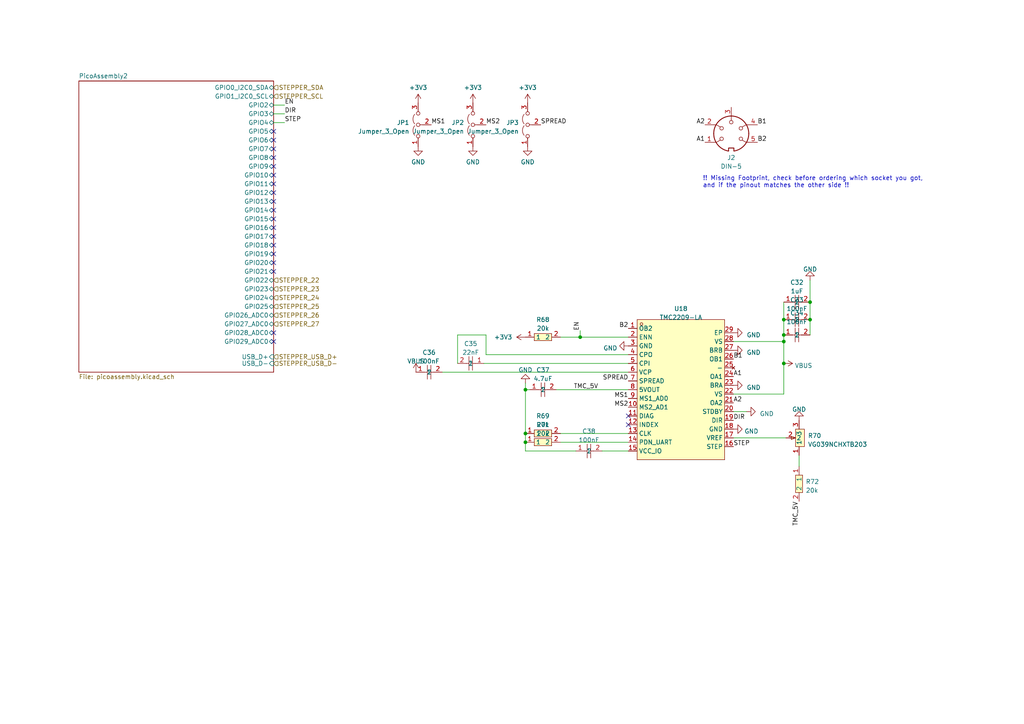
<source format=kicad_sch>
(kicad_sch (version 20230121) (generator eeschema)
  (paper "A4")
  (title_block (title "Frankenstein Controller") (company "wirkbetrieb.net / Tom Eichhorn"))
  (lib_symbols
    (symbol "Connector:DIN-5" (pin_names (offset 1.016))
      (property "Reference" "J" (at 3.175 5.715 0))
      (property "Value" "DIN-5" (at 0 -6.35 0))
      (symbol "DIN-5_0_1"
        (arc (start -5.08 0) (mid -3.8609 -3.3364) (end -0.762 -5.08) (stroke (width 0.254)))
        (circle (center -2.794 -1.524) (radius 0.508))
        (circle (center -2.794 1.524) (radius 0.508))
        (polyline (pts (xy 0 5.08) (xy 0 3.81)))
        (polyline (pts (xy -5.08 -2.54) (xy -4.318 -2.54) (xy -3.175 -1.905)))
        (polyline (pts (xy -5.08 2.54) (xy -4.318 2.54) (xy -3.175 1.905)))
        (polyline (pts (xy 5.08 -2.54) (xy 4.318 -2.54) (xy 3.175 -1.905)))
        (polyline (pts (xy 5.08 2.54) (xy 4.318 2.54) (xy 3.175 1.905)))
        (polyline (pts (xy -0.762 -4.953) (xy -0.762 -4.191) (xy 0.762 -4.191) (xy 0.762 -4.953)) (stroke (width 0.254)))
        (circle (center 0 3.302) (radius 0.508))
        (arc (start 0.762 -5.08) (mid 3.8685 -3.343) (end 5.08 0) (stroke (width 0.254)))
        (circle (center 2.794 -1.524) (radius 0.508))
        (circle (center 2.794 1.524) (radius 0.508))
        (arc (start 5.08 0) (mid 0 5.0579) (end -5.08 0) (stroke (width 0.254)))
      )
      (symbol "DIN-5_1_1"
        (pin passive line (at -7.62 -2.54 0) (length 2.54) (name "~") (number "1"))
        (pin passive line (at -7.62 2.54 0) (length 2.54) (name "~") (number "2"))
        (pin passive line (at 0 7.62 270) (length 2.54) (name "~") (number "3"))
        (pin passive line (at 7.62 2.54 180) (length 2.54) (name "~") (number "4"))
        (pin passive line (at 7.62 -2.54 180) (length 2.54) (name "~") (number "5"))
      )
    )
    (symbol "Jumper:Jumper_3_Open" (pin_names (offset 0) hide)
      (property "Reference" "JP" (at -2.54 -2.54 0))
      (property "Value" "Jumper_3_Open" (at 0 2.794 0))
      (symbol "Jumper_3_Open_0_0"
        (circle (center -3.302 0) (radius 0.508))
        (circle (center 0 0) (radius 0.508))
        (circle (center 3.302 0) (radius 0.508))
      )
      (symbol "Jumper_3_Open_0_1"
        (arc (start -0.254 1.016) (mid -1.651 1.4992) (end -3.048 1.016))
        (polyline (pts (xy 0 -0.508) (xy 0 -1.27)))
        (arc (start 3.048 1.016) (mid 1.651 1.4992) (end 0.254 1.016))
      )
      (symbol "Jumper_3_Open_1_1"
        (pin passive line (at -6.35 0 0) (length 2.54) (name "A") (number "1"))
        (pin passive line (at 0 -3.81 90) (length 2.54) (name "C") (number "2"))
        (pin passive line (at 6.35 0 180) (length 2.54) (name "B") (number "3"))
      )
    )
    (symbol "easyeda2kicad:0805W8F2002T5E"
      (property "Reference" "R" (at 0 5.08 0))
      (property "Value" "0805W8F2002T5E" (at 0 -5.08 0))
      (symbol "0805W8F2002T5E_0_1"
        (rectangle (start -2.54 1.02) (end 2.54 -1.02) (fill (type background)))
        (pin input line (at -5.08 0 0) (length 2.54) (name "1") (number "1"))
        (pin input line (at 5.08 0 180) (length 2.54) (name "2") (number "2"))
      )
    )
    (symbol "easyeda2kicad:CC0805KRX7R9BB104"
      (property "Reference" "C" (at 0 5.08 0))
      (property "Value" "CC0805KRX7R9BB104" (at 0 -5.08 0))
      (symbol "CC0805KRX7R9BB104_0_1"
        (polyline (pts (xy -1.27 0) (xy -0.51 0)))
        (polyline (pts (xy -0.51 2.03) (xy -0.51 -2.03)))
        (polyline (pts (xy 0.51 0) (xy 1.27 0)))
        (polyline (pts (xy 0.51 2.03) (xy 0.51 -2.03)))
        (pin input line (at -3.81 0 0) (length 2.54) (name "1") (number "1"))
        (pin input line (at 3.81 0 180) (length 2.54) (name "2") (number "2"))
      )
    )
    (symbol "easyeda2kicad:CL21A475KAQNNNE"
      (property "Reference" "C" (at 0 5.08 0))
      (property "Value" "CL21A475KAQNNNE" (at 0 -5.08 0))
      (symbol "CL21A475KAQNNNE_0_1"
        (polyline (pts (xy -1.27 0) (xy -0.51 0)))
        (polyline (pts (xy -0.51 2.03) (xy -0.51 -2.03)))
        (polyline (pts (xy 0.51 0) (xy 1.27 0)))
        (polyline (pts (xy 0.51 2.03) (xy 0.51 -2.03)))
        (pin input line (at -3.81 0 0) (length 2.54) (name "1") (number "1"))
        (pin input line (at 3.81 0 180) (length 2.54) (name "2") (number "2"))
      )
    )
    (symbol "easyeda2kicad:CL21B105KBFNNNE"
      (property "Reference" "C" (at 0 5.08 0))
      (property "Value" "CL21B105KBFNNNE" (at 0 -5.08 0))
      (symbol "CL21B105KBFNNNE_0_1"
        (polyline (pts (xy -1.27 0) (xy -0.51 0)))
        (polyline (pts (xy -0.51 2.03) (xy -0.51 -2.03)))
        (polyline (pts (xy 0.51 0) (xy 1.27 0)))
        (polyline (pts (xy 0.51 2.03) (xy 0.51 -2.03)))
        (pin input line (at -3.81 0 0) (length 2.54) (name "1") (number "1"))
        (pin input line (at 3.81 0 180) (length 2.54) (name "2") (number "2"))
      )
    )
    (symbol "easyeda2kicad:CL21B223KBANNNC"
      (property "Reference" "C" (at 0 5.08 0))
      (property "Value" "CL21B223KBANNNC" (at 0 -5.08 0))
      (symbol "CL21B223KBANNNC_0_1"
        (polyline (pts (xy -1.27 0) (xy -0.51 0)))
        (polyline (pts (xy -0.51 2.03) (xy -0.51 -2.03)))
        (polyline (pts (xy 0.51 0) (xy 1.27 0)))
        (polyline (pts (xy 0.51 2.03) (xy 0.51 -2.03)))
        (pin input line (at -3.81 0 0) (length 2.54) (name "1") (number "1"))
        (pin input line (at 3.81 0 180) (length 2.54) (name "2") (number "2"))
      )
    )
    (symbol "easyeda2kicad:TMC2209-LA"
      (property "Reference" "U" (at 0 22.86 0))
      (property "Value" "TMC2209-LA" (at 0 -22.86 0))
      (symbol "TMC2209-LA_0_1"
        (rectangle (start -12.7 20.32) (end 12.7 -20.32) (fill (type background)))
        (circle (center -11.43 19.05) (radius 0.38))
        (pin output line (at -15.24 17.78 0) (length 2.54) (name "OB2") (number "1"))
        (pin input line (at -15.24 -5.08 0) (length 2.54) (name "MS2_AD1") (number "10"))
        (pin output line (at -15.24 -7.62 0) (length 2.54) (name "DIAG") (number "11"))
        (pin output line (at -15.24 -10.16 0) (length 2.54) (name "INDEX") (number "12"))
        (pin output line (at -15.24 -12.7 0) (length 2.54) (name "CLK") (number "13"))
        (pin output line (at -15.24 -15.24 0) (length 2.54) (name "PDN_UART") (number "14"))
        (pin power_in line (at -15.24 -17.78 0) (length 2.54) (name "VCC_IO") (number "15"))
        (pin input line (at 15.24 -16.51 180) (length 2.54) (name "STEP") (number "16"))
        (pin input line (at 15.24 -13.97 180) (length 2.54) (name "VREF") (number "17"))
        (pin power_in line (at 15.24 -11.43 180) (length 2.54) (name "GND") (number "18"))
        (pin input line (at 15.24 -8.89 180) (length 2.54) (name "DIR") (number "19"))
        (pin input line (at -15.24 15.24 0) (length 2.54) (name "ENN") (number "2"))
        (pin input line (at 15.24 -6.35 180) (length 2.54) (name "STDBY") (number "20"))
        (pin output line (at 15.24 -3.81 180) (length 2.54) (name "OA2") (number "21"))
        (pin power_in line (at 15.24 -1.27 180) (length 2.54) (name "VS") (number "22"))
        (pin input line (at 15.24 1.27 180) (length 2.54) (name "BRA") (number "23"))
        (pin output line (at 15.24 3.81 180) (length 2.54) (name "OA1") (number "24"))
        (pin no_connect line (at 15.24 6.35 180) (length 2.54) (name "-") (number "25"))
        (pin output line (at 15.24 8.89 180) (length 2.54) (name "OB1") (number "26"))
        (pin input line (at 15.24 11.43 180) (length 2.54) (name "BRB") (number "27"))
        (pin power_in line (at 15.24 13.97 180) (length 2.54) (name "VS") (number "28"))
        (pin power_in line (at 15.24 16.51 180) (length 2.54) (name "EP") (number "29"))
        (pin power_in line (at -15.24 12.7 0) (length 2.54) (name "GND") (number "3"))
        (pin input line (at -15.24 10.16 0) (length 2.54) (name "CPO") (number "4"))
        (pin input line (at -15.24 7.62 0) (length 2.54) (name "CPI") (number "5"))
        (pin input line (at -15.24 5.08 0) (length 2.54) (name "VCP") (number "6"))
        (pin input line (at -15.24 2.54 0) (length 2.54) (name "SPREAD") (number "7"))
        (pin power_out line (at -15.24 0 0) (length 2.54) (name "5VOUT") (number "8"))
        (pin input line (at -15.24 -2.54 0) (length 2.54) (name "MS1_AD0") (number "9"))
      )
    )
    (symbol "easyeda2kicad:VG039NCHXTB203"
      (property "Reference" "R" (at 0 10.16 0))
      (property "Value" "VG039NCHXTB203" (at 0 -10.16 0))
      (symbol "VG039NCHXTB203_0_1"
        (polyline (pts (xy -0.25 0) (xy -1.52 0)))
        (polyline (pts (xy 0.25 0) (xy -1.02 0.51) (xy -1.02 -0.51) (xy 0.25 0)) (fill (type background)))
        (polyline (pts (xy 0.25 2.54) (xy 0.25 -2.54) (xy 2.79 -2.54) (xy 2.79 2.54) (xy 0.25 2.54)) (fill (type background)))
        (pin input line (at 1.27 -5.08 90) (length 2.54) (name "1") (number "1"))
        (pin input line (at -2.54 0 0) (length 2.54) (name "2") (number "2"))
        (pin input line (at 1.27 5.08 270) (length 2.54) (name "3") (number "3"))
      )
    )
    (symbol "power:+3V3" (power) (pin_names (offset 0))
      (property "Value" "+3V3" (at 0 3.556 0))
      (symbol "+3V3_0_1"
        (polyline (pts (xy -0.762 1.27) (xy 0 2.54)))
        (polyline (pts (xy 0 0) (xy 0 2.54)))
        (polyline (pts (xy 0 2.54) (xy 0.762 1.27)))
      )
      (symbol "+3V3_1_1"
        (pin power_in line (at 0 0 90) (length 0) hide (name "+3V3") (number "1"))
      )
    )
    (symbol "power:GND" (power) (pin_names (offset 0))
      (property "Value" "GND" (at 0 -3.81 0))
      (symbol "GND_0_1"
        (polyline (pts (xy 0 0) (xy 0 -1.27) (xy 1.27 -1.27) (xy 0 -2.54) (xy -1.27 -1.27) (xy 0 -1.27)))
      )
      (symbol "GND_1_1"
        (pin power_in line (at 0 0 270) (length 0) hide (name "GND") (number "1"))
      )
    )
    (symbol "power:VBUS" (power) (pin_names (offset 0))
      (property "Value" "VBUS" (at 0 3.81 0))
      (symbol "VBUS_0_1"
        (polyline (pts (xy -0.762 1.27) (xy 0 2.54)))
        (polyline (pts (xy 0 0) (xy 0 2.54)))
        (polyline (pts (xy 0 2.54) (xy 0.762 1.27)))
      )
      (symbol "VBUS_1_1"
        (pin power_in line (at 0 0 90) (length 0) hide (name "VBUS") (number "1"))
      )
    )
  )
  (junction (at 227.33 97.155))
  (junction (at 227.33 92.71))
  (junction (at 227.33 105.41))
  (junction (at 234.95 92.71))
  (junction (at 234.95 87.63))
  (junction (at 152.4 128.27))
  (junction (at 227.33 99.06))
  (junction (at 152.4 125.73))
  (junction (at 168.275 97.79))
  (junction (at 152.4 113.03))
  (no_connect (at 79.375 60.96))
  (no_connect (at 79.375 76.2))
  (no_connect (at 79.375 38.1))
  (no_connect (at 182.245 123.19))
  (no_connect (at 79.375 63.5))
  (no_connect (at 79.375 99.06))
  (no_connect (at 79.375 50.8))
  (no_connect (at 79.375 68.58))
  (no_connect (at 79.375 96.52))
  (no_connect (at 182.245 120.65))
  (no_connect (at 79.375 48.26))
  (no_connect (at 79.375 55.88))
  (no_connect (at 79.375 66.04))
  (no_connect (at 79.375 40.64))
  (no_connect (at 79.375 43.18))
  (no_connect (at 79.375 73.66))
  (no_connect (at 79.375 78.74))
  (no_connect (at 79.375 53.34))
  (no_connect (at 79.375 45.72))
  (no_connect (at 79.375 71.12))
  (no_connect (at 79.375 58.42))
  (wire (pts (xy 162.56 128.27) (xy 182.245 128.27)))
  (wire (pts (xy 168.275 95.885) (xy 168.275 97.79)))
  (wire (pts (xy 161.29 113.03) (xy 182.245 113.03)))
  (wire (pts (xy 212.725 99.06) (xy 227.33 99.06)))
  (wire (pts (xy 79.375 35.56) (xy 82.55 35.56)))
  (wire (pts (xy 152.4 113.03) (xy 153.67 113.03)))
  (wire (pts (xy 234.95 87.63) (xy 234.95 92.71)))
  (wire (pts (xy 152.4 111.125) (xy 152.4 113.03)))
  (wire (pts (xy 79.375 30.48) (xy 82.55 30.48)))
  (wire (pts (xy 168.275 97.79) (xy 182.245 97.79)))
  (wire (pts (xy 227.33 87.63) (xy 227.33 92.71)))
  (wire (pts (xy 132.715 97.155) (xy 140.97 97.155)))
  (wire (pts (xy 231.775 132.08) (xy 231.775 135.255)))
  (wire (pts (xy 162.56 97.79) (xy 168.275 97.79)))
  (wire (pts (xy 132.715 105.41) (xy 132.715 97.155)))
  (wire (pts (xy 152.4 125.73) (xy 152.4 128.27)))
  (wire (pts (xy 227.33 92.71) (xy 227.33 97.155)))
  (wire (pts (xy 152.4 113.03) (xy 152.4 125.73)))
  (wire (pts (xy 212.725 114.3) (xy 227.33 114.3)))
  (wire (pts (xy 234.95 92.71) (xy 234.95 97.155)))
  (wire (pts (xy 79.375 33.02) (xy 82.55 33.02)))
  (wire (pts (xy 162.56 125.73) (xy 182.245 125.73)))
  (wire (pts (xy 227.33 105.41) (xy 227.33 114.3)))
  (wire (pts (xy 227.33 99.06) (xy 227.33 105.41)))
  (wire (pts (xy 140.335 105.41) (xy 182.245 105.41)))
  (wire (pts (xy 128.27 107.95) (xy 182.245 107.95)))
  (wire (pts (xy 212.725 127) (xy 227.965 127)))
  (wire (pts (xy 140.97 102.87) (xy 182.245 102.87)))
  (wire (pts (xy 174.625 130.81) (xy 182.245 130.81)))
  (wire (pts (xy 152.4 128.27) (xy 152.4 130.81)))
  (wire (pts (xy 212.725 119.38) (xy 216.535 119.38)))
  (wire (pts (xy 227.33 97.155) (xy 227.33 99.06)))
  (wire (pts (xy 140.97 97.155) (xy 140.97 102.87)))
  (wire (pts (xy 234.95 81.28) (xy 234.95 87.63)))
  (wire (pts (xy 167.005 130.81) (xy 152.4 130.81)))
  (text "!! Missing Footprint, check before ordering which socket you got,\nand if the pinout matches the other side !!" (at 203.835 54.61 0) (effects (font (size 1.27 1.27)) (justify left bottom)))
  (label "B1" (at 212.725 104.14 0))
  (label "MS1" (at 125.095 36.195 0))
  (label "A2" (at 204.47 36.195 180))
  (label "DIR" (at 212.725 121.92 0))
  (label "STEP" (at 82.55 35.56 0))
  (label "STEP" (at 212.725 129.54 0))
  (label "B2" (at 219.71 41.275 0))
  (label "A2" (at 212.725 116.84 0))
  (label "B1" (at 219.71 36.195 0))
  (label "MS2" (at 182.245 118.11 180))
  (label "EN" (at 168.275 95.885 90))
  (label "EN" (at 82.55 30.48 0))
  (label "SPREAD" (at 182.245 110.49 180))
  (label "B2" (at 182.245 95.25 180))
  (label "A1" (at 212.725 109.22 0))
  (label "SPREAD" (at 156.845 36.195 0))
  (label "A1" (at 204.47 41.275 180))
  (label "MS2" (at 140.97 36.195 0))
  (label "DIR" (at 82.55 33.02 0))
  (label "TMC_5V" (at 166.37 113.03 0))
  (label "TMC_5V" (at 231.775 145.415 270))
  (label "MS1" (at 182.245 115.57 180))
  (hierarchical_label "STEPPER_SCL" (shape input) (at 79.375 27.94 0))
  (hierarchical_label "STEPPER_24" (shape input) (at 79.375 86.36 0))
  (hierarchical_label "STEPPER_SDA" (shape input) (at 79.375 25.4 0))
  (hierarchical_label "STEPPER_26" (shape input) (at 79.375 91.44 0))
  (hierarchical_label "STEPPER_25" (shape input) (at 79.375 88.9 0))
  (hierarchical_label "STEPPER_USB_D-" (shape input) (at 79.375 105.41 0))
  (hierarchical_label "STEPPER_USB_D+" (shape input) (at 79.375 103.505 0))
  (hierarchical_label "STEPPER_23" (shape input) (at 79.375 83.82 0))
  (hierarchical_label "STEPPER_22" (shape input) (at 79.375 81.28 0))
  (hierarchical_label "STEPPER_27" (shape input) (at 79.375 93.98 0))
  (symbol (lib_id "power:VBUS") (at 120.65 107.95 0) (unit 1)
    (property "Reference" "#PWR087" (effects hide))
    (property "Value" "VBUS" (at 120.65 104.775 0))
    (instances (project "frankenstein_enlarger_controller" (path "" (reference "#PWR087") (unit 1))) (project "Untitled" (path "" (reference "#PWR014") (unit 1))))
  )
  (symbol (lib_id "power:GND") (at 216.535 119.38 90) (unit 1)
    (property "Reference" "#PWR090" (effects hide))
    (property "Value" "GND" (at 220.345 120.015 90) (effects (justify right)))
    (instances (project "frankenstein_enlarger_controller" (path "" (reference "#PWR090") (unit 1))) (project "Untitled" (path "" (reference "#PWR019") (unit 1))))
  )
  (symbol (lib_id "easyeda2kicad:TMC2209-LA") (at 197.485 113.03 0) (unit 1)
    (property "Reference" "U18" (at 197.485 89.535 0))
    (property "Value" "TMC2209-LA" (at 197.485 92.075 0))
    (property "Footprint" "easyeda2kicad:QFN-28_L5.0-W5.0-P0.50-BL-EP" (effects hide))
    (property "Datasheet" "https://lcsc.com/product-detail/Motor-Drivers_TRINAMIC-Motion-Control-GmbH-TMC2209-LA_C465949.html" (effects hide))
    (property "Manufacturer" "TRINAMIC" (effects hide))
    (property "LCSC Part" "C465949" (effects hide))
    (property "JLC Part" "Extended Part" (effects hide))
    (instances (project "frankenstein_enlarger_controller" (path "" (reference "U18") (unit 1))) (project "Untitled" (path "" (reference "U2") (unit 1))))
  )
  (symbol (lib_id "power:+3V3") (at 137.16 29.845 0) (unit 1)
    (property "Reference" "#PWR076" (effects hide))
    (property "Value" "+3V3" (at 137.16 25.4 0))
  )
  (symbol (lib_id "power:GND") (at 182.245 100.33 270) (unit 1)
    (property "Reference" "#PWR084" (effects hide))
    (property "Value" "GND" (at 179.07 100.965 90) (effects (justify right)))
    (instances (project "frankenstein_enlarger_controller" (path "" (reference "#PWR084") (unit 1))) (project "Untitled" (path "" (reference "#PWR09") (unit 1))))
  )
  (symbol (lib_id "easyeda2kicad:CC0805KRX7R9BB104") (at 124.46 107.95 0) (unit 1)
    (property "Reference" "C36" (at 124.46 102.235 0))
    (property "Value" "100nF" (at 124.46 104.775 0))
    (property "Footprint" "easyeda2kicad:C0805" (effects hide))
    (property "Datasheet" "https://lcsc.com/product-detail/Multilayer-Ceramic-Capacitors-MLCC-SMD-SMT_100nF-104-10-50V_C49678.html" (effects hide))
    (property "Manufacturer" "YAGEO(国巨)" (effects hide))
    (property "LCSC Part" "C49678" (effects hide))
    (property "JLC Part" "Basic Part" (effects hide))
    (instances (project "frankenstein_enlarger_controller" (path "" (reference "C36") (unit 1))) (project "Untitled" (path "" (reference "C4") (unit 1))))
  )
  (symbol (lib_id "power:+3V3") (at 121.285 29.845 0) (unit 1)
    (property "Reference" "#PWR075" (effects hide))
    (property "Value" "+3V3" (at 121.285 25.4 0))
  )
  (symbol (lib_id "Jumper:Jumper_3_Open") (at 153.035 36.195 90) (unit 1)
    (property "Reference" "JP3" (at 150.495 35.56 90) (effects (justify left)))
    (property "Value" "Jumper_3_Open" (at 150.495 38.1 90) (effects (justify left)))
    (property "Footprint" "Connector_PinSocket_2.54mm:PinSocket_1x03_P2.54mm_Vertical" (effects hide))
  )
  (symbol (lib_id "easyeda2kicad:0805W8F2002T5E") (at 157.48 97.79 0) (unit 1)
    (property "Reference" "R68" (at 157.48 92.71 0))
    (property "Value" "20k" (at 157.48 95.25 0))
    (property "Footprint" "easyeda2kicad:R0805" (effects hide))
    (property "Datasheet" "https://lcsc.com/product-detail/Chip-Resistor-Surface-Mount-UniOhm_20KR-2002-1_C4328.html" (effects hide))
    (property "Manufacturer" "UNI-ROYAL(厚声)" (effects hide))
    (property "LCSC Part" "C4328" (effects hide))
    (property "JLC Part" "Basic Part" (effects hide))
    (instances (project "frankenstein_enlarger_controller" (path "" (reference "R68") (unit 1))) (project "Untitled" (path "" (reference "R1") (unit 1))))
  )
  (symbol (lib_id "easyeda2kicad:CC0805KRX7R9BB104") (at 170.815 130.81 0) (unit 1)
    (property "Reference" "C38" (at 170.815 125.095 0))
    (property "Value" "100nF" (at 170.815 127.635 0))
    (property "Footprint" "easyeda2kicad:C0805" (effects hide))
    (property "Datasheet" "https://lcsc.com/product-detail/Multilayer-Ceramic-Capacitors-MLCC-SMD-SMT_100nF-104-10-50V_C49678.html" (effects hide))
    (property "Manufacturer" "YAGEO(国巨)" (effects hide))
    (property "LCSC Part" "C49678" (effects hide))
    (property "JLC Part" "Basic Part" (effects hide))
    (instances (project "frankenstein_enlarger_controller" (path "" (reference "C38") (unit 1))) (project "Untitled" (path "" (reference "C2") (unit 1))))
  )
  (symbol (lib_id "power:GND") (at 212.725 96.52 90) (unit 1)
    (property "Reference" "#PWR082" (effects hide))
    (property "Value" "GND" (at 216.535 97.155 90) (effects (justify right)))
    (instances (project "frankenstein_enlarger_controller" (path "" (reference "#PWR082") (unit 1))) (project "Untitled" (path "" (reference "#PWR020") (unit 1))))
  )
  (symbol (lib_id "power:GND") (at 212.725 124.46 90) (unit 1)
    (property "Reference" "#PWR092" (effects hide))
    (property "Value" "GND" (at 215.9 125.095 90) (effects (justify right)))
    (instances (project "frankenstein_enlarger_controller" (path "" (reference "#PWR092") (unit 1))) (project "Untitled" (path "" (reference "#PWR010") (unit 1))))
  )
  (symbol (lib_id "easyeda2kicad:0805W8F2002T5E") (at 157.48 128.27 0) (unit 1)
    (property "Reference" "R71" (at 157.48 123.19 0))
    (property "Value" "20k" (at 157.48 125.73 0))
    (property "Footprint" "easyeda2kicad:R0805" (effects hide))
    (property "Datasheet" "https://lcsc.com/product-detail/Chip-Resistor-Surface-Mount-UniOhm_20KR-2002-1_C4328.html" (effects hide))
    (property "Manufacturer" "UNI-ROYAL(厚声)" (effects hide))
    (property "LCSC Part" "C4328" (effects hide))
    (property "JLC Part" "Basic Part" (effects hide))
    (instances (project "frankenstein_enlarger_controller" (path "" (reference "R71") (unit 1))) (project "Untitled" (path "" (reference "R3") (unit 1))))
  )
  (symbol (lib_id "easyeda2kicad:CC0805KRX7R9BB104") (at 231.14 97.155 0) (unit 1)
    (property "Reference" "C34" (at 231.14 90.805 0))
    (property "Value" "100nF" (at 231.14 93.345 0))
    (property "Footprint" "easyeda2kicad:C0805" (effects hide))
    (property "Datasheet" "https://lcsc.com/product-detail/Multilayer-Ceramic-Capacitors-MLCC-SMD-SMT_100nF-104-10-50V_C49678.html" (effects hide))
    (property "Manufacturer" "YAGEO(国巨)" (effects hide))
    (property "LCSC Part" "C49678" (effects hide))
    (property "JLC Part" "Basic Part" (effects hide))
    (instances (project "frankenstein_enlarger_controller" (path "" (reference "C34") (unit 1))) (project "Untitled" (path "" (reference "C5") (unit 1))))
  )
  (symbol (lib_id "power:GND") (at 212.725 101.6 90) (unit 1)
    (property "Reference" "#PWR085" (effects hide))
    (property "Value" "GND" (at 216.535 102.235 90) (effects (justify right)))
    (instances (project "frankenstein_enlarger_controller" (path "" (reference "#PWR085") (unit 1))) (project "Untitled" (path "" (reference "#PWR018") (unit 1))))
  )
  (symbol (lib_id "easyeda2kicad:CL21A475KAQNNNE") (at 157.48 113.03 0) (unit 1)
    (property "Reference" "C37" (at 157.48 107.315 0))
    (property "Value" "4.7uF" (at 157.48 109.855 0))
    (property "Footprint" "easyeda2kicad:C0805" (effects hide))
    (property "Datasheet" "https://lcsc.com/product-detail/Multilayer-Ceramic-Capacitors-MLCC-SMD-SMT_SAMSUNG_CL21A475KAQNNNE_4-7uF-475-10-25V_C1779.html" (effects hide))
    (property "Manufacturer" "SAMSUNG(三星)" (effects hide))
    (property "LCSC Part" "C1779" (effects hide))
    (property "JLC Part" "Basic Part" (effects hide))
    (instances (project "frankenstein_enlarger_controller" (path "" (reference "C37") (unit 1))) (project "Untitled" (path "" (reference "C1") (unit 1))))
  )
  (symbol (lib_id "easyeda2kicad:CC0805KRX7R9BB104") (at 231.14 92.71 0) (unit 1)
    (property "Reference" "C33" (at 231.14 86.995 0))
    (property "Value" "100nF" (at 231.14 89.535 0))
    (property "Footprint" "easyeda2kicad:C0805" (effects hide))
    (property "Datasheet" "https://lcsc.com/product-detail/Multilayer-Ceramic-Capacitors-MLCC-SMD-SMT_100nF-104-10-50V_C49678.html" (effects hide))
    (property "Manufacturer" "YAGEO(国巨)" (effects hide))
    (property "LCSC Part" "C49678" (effects hide))
    (property "JLC Part" "Basic Part" (effects hide))
    (instances (project "frankenstein_enlarger_controller" (path "" (reference "C33") (unit 1))) (project "Untitled" (path "" (reference "C6") (unit 1))))
  )
  (symbol (lib_id "easyeda2kicad:CL21B105KBFNNNE") (at 231.14 87.63 0) (unit 1)
    (property "Reference" "C32" (at 231.14 81.915 0))
    (property "Value" "1uF" (at 231.14 84.455 0))
    (property "Footprint" "easyeda2kicad:C0805" (effects hide))
    (property "Datasheet" "https://lcsc.com/product-detail/Multilayer-Ceramic-Capacitors-MLCC-SMD-SMT_SAMSUNG_CL21B105KBFNNNE_1uF-105-10-50V_C28323.html" (effects hide))
    (property "Manufacturer" "SAMSUNG(三星)" (effects hide))
    (property "LCSC Part" "C28323" (effects hide))
    (property "JLC Part" "Basic Part" (effects hide))
    (instances (project "frankenstein_enlarger_controller" (path "" (reference "C32") (unit 1))) (project "Untitled" (path "" (reference "C7") (unit 1))))
  )
  (symbol (lib_id "power:GND") (at 137.16 42.545 0) (unit 1)
    (property "Reference" "#PWR079" (effects hide))
    (property "Value" "GND" (at 137.16 46.99 0))
    (instances (project "frankenstein_enlarger_controller" (path "" (reference "#PWR079") (unit 1))) (project "Untitled" (path "" (reference "#PWR01") (unit 1))))
  )
  (symbol (lib_id "power:GND") (at 231.775 121.92 180) (unit 1)
    (property "Reference" "#PWR091" (effects hide))
    (property "Value" "GND" (at 231.775 118.745 0))
    (instances (project "frankenstein_enlarger_controller" (path "" (reference "#PWR091") (unit 1))) (project "Untitled" (path "" (reference "#PWR013") (unit 1))))
  )
  (symbol (lib_id "power:+3V3") (at 152.4 97.79 90) (unit 1)
    (property "Reference" "#PWR083" (effects hide))
    (property "Value" "+3V3" (at 148.59 97.79 90) (effects (justify left)))
  )
  (symbol (lib_id "power:VBUS") (at 227.33 105.41 270) (unit 1)
    (property "Reference" "#PWR086" (effects hide))
    (property "Value" "VBUS" (at 230.505 106.045 90) (effects (justify left)))
    (instances (project "frankenstein_enlarger_controller" (path "" (reference "#PWR086") (unit 1))) (project "Untitled" (path "" (reference "#PWR015") (unit 1))))
  )
  (symbol (lib_id "power:+3V3") (at 153.035 29.845 0) (unit 1)
    (property "Reference" "#PWR077" (effects hide))
    (property "Value" "+3V3" (at 153.035 25.4 0))
  )
  (symbol (lib_id "easyeda2kicad:0805W8F2002T5E") (at 157.48 125.73 0) (unit 1)
    (property "Reference" "R69" (at 157.48 120.65 0))
    (property "Value" "20k" (at 157.48 123.19 0))
    (property "Footprint" "easyeda2kicad:R0805" (effects hide))
    (property "Datasheet" "https://lcsc.com/product-detail/Chip-Resistor-Surface-Mount-UniOhm_20KR-2002-1_C4328.html" (effects hide))
    (property "Manufacturer" "UNI-ROYAL(厚声)" (effects hide))
    (property "LCSC Part" "C4328" (effects hide))
    (property "JLC Part" "Basic Part" (effects hide))
    (instances (project "frankenstein_enlarger_controller" (path "" (reference "R69") (unit 1))) (project "Untitled" (path "" (reference "R2") (unit 1))))
  )
  (symbol (lib_id "easyeda2kicad:CL21B223KBANNNC") (at 136.525 105.41 180) (unit 1)
    (property "Reference" "C35" (at 136.525 99.695 0))
    (property "Value" "22nF" (at 136.525 102.235 0))
    (property "Footprint" "easyeda2kicad:C0805" (effects hide))
    (property "Datasheet" "https://lcsc.com/product-detail/Multilayer-Ceramic-Capacitors-MLCC-SMD-SMT_SAMSUNG_CL21B223KBANNNC_22nF-223-10-50V_C1729.html" (effects hide))
    (property "Manufacturer" "SAMSUNG(三星)" (effects hide))
    (property "LCSC Part" "C1729" (effects hide))
    (property "JLC Part" "Basic Part" (effects hide))
    (instances (project "frankenstein_enlarger_controller" (path "" (reference "C35") (unit 1))) (project "Untitled" (path "" (reference "C3") (unit 1))))
  )
  (symbol (lib_id "easyeda2kicad:VG039NCHXTB203") (at 230.505 127 0) (unit 1)
    (property "Reference" "R70" (at 234.315 126.365 0) (effects (justify left)))
    (property "Value" "VG039NCHXTB203" (at 234.315 128.905 0) (effects (justify left)))
    (property "Footprint" "easyeda2kicad:RES-ADJ-SMD_3P-L3.8-W3.0-P2.00-BL-FS" (effects hide))
    (property "Datasheet" "https://lcsc.com/product-detail/Variable-Resistors_20KR-25_C128550.html" (effects hide))
    (property "Manufacturer" "HDK(北陆电气)" (effects hide))
    (property "LCSC Part" "C128550" (effects hide))
    (property "JLC Part" "Extended Part" (effects hide))
    (instances (project "frankenstein_enlarger_controller" (path "" (reference "R70") (unit 1))) (project "Untitled" (path "" (reference "R5") (unit 1))))
  )
  (symbol (lib_id "power:GND") (at 212.725 111.76 90) (unit 1)
    (property "Reference" "#PWR089" (effects hide))
    (property "Value" "GND" (at 216.535 112.395 90) (effects (justify right)))
    (instances (project "frankenstein_enlarger_controller" (path "" (reference "#PWR089") (unit 1))) (project "Untitled" (path "" (reference "#PWR017") (unit 1))))
  )
  (symbol (lib_id "easyeda2kicad:0805W8F2002T5E") (at 231.775 140.335 270) (unit 1)
    (property "Reference" "R72" (at 233.68 139.7 90) (effects (justify left)))
    (property "Value" "20k" (at 233.68 142.24 90) (effects (justify left)))
    (property "Footprint" "easyeda2kicad:R0805" (effects hide))
    (property "Datasheet" "https://lcsc.com/product-detail/Chip-Resistor-Surface-Mount-UniOhm_20KR-2002-1_C4328.html" (effects hide))
    (property "Manufacturer" "UNI-ROYAL(厚声)" (effects hide))
    (property "LCSC Part" "C4328" (effects hide))
    (property "JLC Part" "Basic Part" (effects hide))
    (instances (project "frankenstein_enlarger_controller" (path "" (reference "R72") (unit 1))) (project "Untitled" (path "" (reference "R4") (unit 1))))
  )
  (symbol (lib_id "power:GND") (at 153.035 42.545 0) (unit 1)
    (property "Reference" "#PWR080" (effects hide))
    (property "Value" "GND" (at 153.035 46.99 0))
    (instances (project "frankenstein_enlarger_controller" (path "" (reference "#PWR080") (unit 1))) (project "Untitled" (path "" (reference "#PWR08") (unit 1))))
  )
  (symbol (lib_id "Jumper:Jumper_3_Open") (at 137.16 36.195 90) (unit 1)
    (property "Reference" "JP2" (at 134.62 35.56 90) (effects (justify left)))
    (property "Value" "Jumper_3_Open" (at 134.62 38.1 90) (effects (justify left)))
    (property "Footprint" "Connector_PinSocket_2.54mm:PinSocket_1x03_P2.54mm_Vertical" (effects hide))
  )
  (symbol (lib_id "power:GND") (at 234.95 81.28 180) (unit 1)
    (property "Reference" "#PWR081" (effects hide))
    (property "Value" "GND" (at 234.95 78.105 0))
    (instances (project "frankenstein_enlarger_controller" (path "" (reference "#PWR081") (unit 1))) (project "Untitled" (path "" (reference "#PWR016") (unit 1))))
  )
  (symbol (lib_id "power:GND") (at 121.285 42.545 0) (unit 1)
    (property "Reference" "#PWR078" (effects hide))
    (property "Value" "GND" (at 121.285 46.99 0))
    (instances (project "frankenstein_enlarger_controller" (path "" (reference "#PWR078") (unit 1))) (project "Untitled" (path "" (reference "#PWR04") (unit 1))))
  )
  (symbol (lib_id "Connector:DIN-5") (at 212.09 38.735 0) (unit 1)
    (property "Reference" "J2" (at 212.0901 45.72 0))
    (property "Value" "DIN-5" (at 212.0901 48.26 0))
    (property "Datasheet" "http://www.mouser.com/ds/2/18/40_c091_abd_e-75918.pdf" (effects hide))
  )
  (symbol (lib_id "Jumper:Jumper_3_Open") (at 121.285 36.195 90) (unit 1)
    (property "Reference" "JP1" (at 118.745 35.56 90) (effects (justify left)))
    (property "Value" "Jumper_3_Open" (at 118.745 38.1 90) (effects (justify left)))
    (property "Footprint" "Connector_PinSocket_2.54mm:PinSocket_1x03_P2.54mm_Vertical" (effects hide))
  )
  (symbol (lib_id "power:GND") (at 152.4 111.125 180) (unit 1)
    (property "Reference" "#PWR088" (effects hide))
    (property "Value" "GND" (at 152.4 107.315 0))
    (instances (project "frankenstein_enlarger_controller" (path "" (reference "#PWR088") (unit 1))) (project "Untitled" (path "" (reference "#PWR03") (unit 1))))
  )
  (sheet (at 22.86 23.495) (size 56.515 84.455) (stroke (width 0.1524))
    (property "Sheetname" "PicoAssembly2" (at 22.86 22.7834 0) (effects (justify left bottom)))
    (property "Sheetfile" "picoassembly.kicad_sch" (at 22.86 108.5346 0) (effects (justify left top)))
    (pin "GPIO4" bidirectional (at 79.375 35.56 0))
    (pin "GPIO2" bidirectional (at 79.375 30.48 0))
    (pin "GPIO3" bidirectional (at 79.375 33.02 0))
    (pin "GPIO1_I2C0_SCL" bidirectional (at 79.375 27.94 0))
    (pin "GPIO0_I2C0_SDA" bidirectional (at 79.375 25.4 0))
    (pin "USB_D+" input (at 79.375 103.505 0))
    (pin "USB_D-" input (at 79.375 105.41 0))
    (pin "GPIO6" bidirectional (at 79.375 40.64 0))
    (pin "GPIO9" bidirectional (at 79.375 48.26 0))
    (pin "GPIO5" bidirectional (at 79.375 38.1 0))
    (pin "GPIO8" bidirectional (at 79.375 45.72 0))
    (pin "GPIO10" bidirectional (at 79.375 50.8 0))
    (pin "GPIO7" bidirectional (at 79.375 43.18 0))
    (pin "GPIO11" bidirectional (at 79.375 53.34 0))
    (pin "GPIO23" bidirectional (at 79.375 83.82 0))
    (pin "GPIO22" bidirectional (at 79.375 81.28 0))
    (pin "GPIO21" bidirectional (at 79.375 78.74 0))
    (pin "GPIO20" bidirectional (at 79.375 76.2 0))
    (pin "GPIO19" bidirectional (at 79.375 73.66 0))
    (pin "GPIO16" bidirectional (at 79.375 66.04 0))
    (pin "GPIO14" bidirectional (at 79.375 60.96 0))
    (pin "GPIO15" bidirectional (at 79.375 63.5 0))
    (pin "GPIO17" bidirectional (at 79.375 68.58 0))
    (pin "GPIO13" bidirectional (at 79.375 58.42 0))
    (pin "GPIO12" bidirectional (at 79.375 55.88 0))
    (pin "GPIO18" bidirectional (at 79.375 71.12 0))
    (pin "GPIO25" bidirectional (at 79.375 88.9 0))
    (pin "GPIO24" bidirectional (at 79.375 86.36 0))
    (pin "GPIO28_ADC0" bidirectional (at 79.375 96.52 0))
    (pin "GPIO26_ADC0" bidirectional (at 79.375 91.44 0))
    (pin "GPIO27_ADC0" bidirectional (at 79.375 93.98 0))
    (pin "GPIO29_ADC0" bidirectional (at 79.375 99.06 0))
  )
)
</source>
